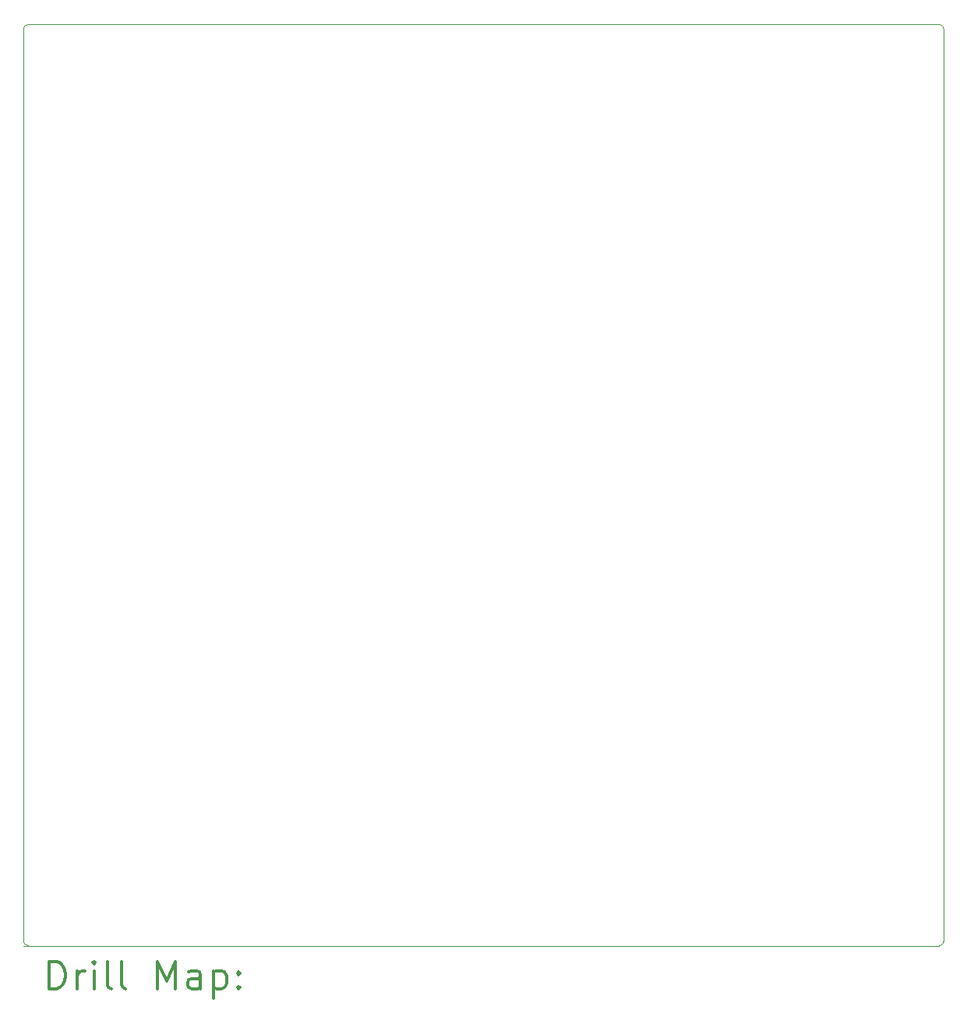
<source format=gbr>
%FSLAX45Y45*%
G04 Gerber Fmt 4.5, Leading zero omitted, Abs format (unit mm)*
G04 Created by KiCad (PCBNEW (5.1.10)-1) date 2021-06-11 23:30:16*
%MOMM*%
%LPD*%
G01*
G04 APERTURE LIST*
%TA.AperFunction,Profile*%
%ADD10C,0.100000*%
%TD*%
%ADD11C,0.200000*%
%ADD12C,0.300000*%
G04 APERTURE END LIST*
D10*
X17225000Y-13425000D02*
G75*
G02*
X17175000Y-13475000I-50000J0D01*
G01*
X7275000Y-13475000D02*
G75*
G02*
X7225000Y-13425000I0J50000D01*
G01*
X7225000Y-3525000D02*
G75*
G02*
X7275000Y-3475000I50000J0D01*
G01*
X17225000Y-13425000D02*
X17225000Y-3525000D01*
X17175000Y-3475000D02*
G75*
G02*
X17225000Y-3525000I0J-50000D01*
G01*
X7225000Y-13475000D02*
X17175000Y-13475000D01*
X7225000Y-3525000D02*
X7225000Y-13425000D01*
X17175000Y-3475000D02*
X7275000Y-3475000D01*
D11*
D12*
X7506428Y-13945714D02*
X7506428Y-13645714D01*
X7577857Y-13645714D01*
X7620714Y-13660000D01*
X7649286Y-13688571D01*
X7663571Y-13717143D01*
X7677857Y-13774286D01*
X7677857Y-13817143D01*
X7663571Y-13874286D01*
X7649286Y-13902857D01*
X7620714Y-13931429D01*
X7577857Y-13945714D01*
X7506428Y-13945714D01*
X7806428Y-13945714D02*
X7806428Y-13745714D01*
X7806428Y-13802857D02*
X7820714Y-13774286D01*
X7835000Y-13760000D01*
X7863571Y-13745714D01*
X7892143Y-13745714D01*
X7992143Y-13945714D02*
X7992143Y-13745714D01*
X7992143Y-13645714D02*
X7977857Y-13660000D01*
X7992143Y-13674286D01*
X8006428Y-13660000D01*
X7992143Y-13645714D01*
X7992143Y-13674286D01*
X8177857Y-13945714D02*
X8149286Y-13931429D01*
X8135000Y-13902857D01*
X8135000Y-13645714D01*
X8335000Y-13945714D02*
X8306428Y-13931429D01*
X8292143Y-13902857D01*
X8292143Y-13645714D01*
X8677857Y-13945714D02*
X8677857Y-13645714D01*
X8777857Y-13860000D01*
X8877857Y-13645714D01*
X8877857Y-13945714D01*
X9149286Y-13945714D02*
X9149286Y-13788571D01*
X9135000Y-13760000D01*
X9106428Y-13745714D01*
X9049286Y-13745714D01*
X9020714Y-13760000D01*
X9149286Y-13931429D02*
X9120714Y-13945714D01*
X9049286Y-13945714D01*
X9020714Y-13931429D01*
X9006428Y-13902857D01*
X9006428Y-13874286D01*
X9020714Y-13845714D01*
X9049286Y-13831429D01*
X9120714Y-13831429D01*
X9149286Y-13817143D01*
X9292143Y-13745714D02*
X9292143Y-14045714D01*
X9292143Y-13760000D02*
X9320714Y-13745714D01*
X9377857Y-13745714D01*
X9406428Y-13760000D01*
X9420714Y-13774286D01*
X9435000Y-13802857D01*
X9435000Y-13888571D01*
X9420714Y-13917143D01*
X9406428Y-13931429D01*
X9377857Y-13945714D01*
X9320714Y-13945714D01*
X9292143Y-13931429D01*
X9563571Y-13917143D02*
X9577857Y-13931429D01*
X9563571Y-13945714D01*
X9549286Y-13931429D01*
X9563571Y-13917143D01*
X9563571Y-13945714D01*
X9563571Y-13760000D02*
X9577857Y-13774286D01*
X9563571Y-13788571D01*
X9549286Y-13774286D01*
X9563571Y-13760000D01*
X9563571Y-13788571D01*
M02*

</source>
